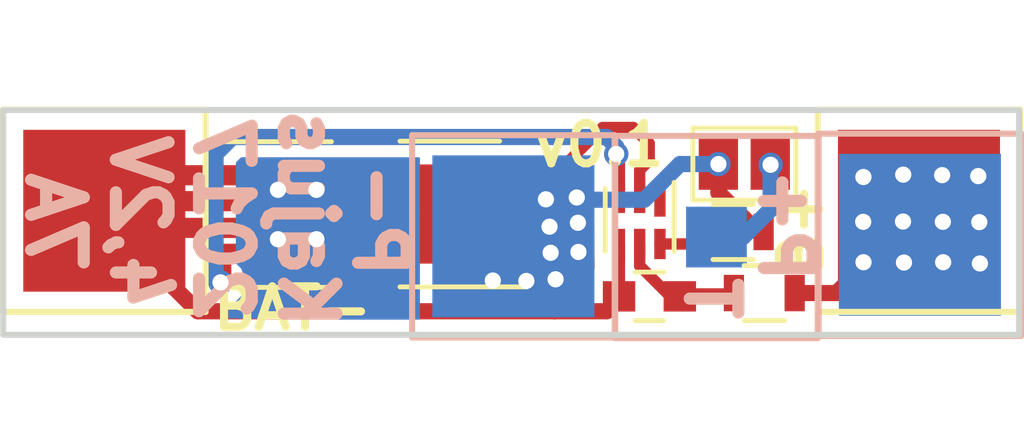
<source format=kicad_pcb>
(kicad_pcb (version 4) (host pcbnew 4.0.6)

  (general
    (links 33)
    (no_connects 0)
    (area 133.082619 94.639186 158.760841 105.705853)
    (thickness 1.6)
    (drawings 12)
    (tracks 189)
    (zones 0)
    (modules 12)
    (nets 10)
  )

  (page A4)
  (title_block
    (title "Single cell Li-Ion protection")
    (rev 0.1)
    (company "Jakub Kaderka")
  )

  (layers
    (0 F.Cu signal)
    (31 B.Cu signal)
    (32 B.Adhes user)
    (33 F.Adhes user)
    (34 B.Paste user)
    (35 F.Paste user)
    (36 B.SilkS user)
    (37 F.SilkS user)
    (38 B.Mask user)
    (39 F.Mask user)
    (40 Dwgs.User user)
    (41 Cmts.User user)
    (42 Eco1.User user)
    (43 Eco2.User user)
    (44 Edge.Cuts user)
    (45 Margin user)
    (46 B.CrtYd user)
    (47 F.CrtYd user)
    (48 B.Fab user)
    (49 F.Fab user)
  )

  (setup
    (last_trace_width 0.25)
    (user_trace_width 0.28)
    (user_trace_width 0.3)
    (user_trace_width 0.4)
    (user_trace_width 0.5)
    (user_trace_width 0.8)
    (user_trace_width 1)
    (user_trace_width 1.5)
    (user_trace_width 1.8)
    (trace_clearance 0.2)
    (zone_clearance 0.3)
    (zone_45_only yes)
    (trace_min 0.2)
    (segment_width 0.2)
    (edge_width 0.15)
    (via_size 0.6)
    (via_drill 0.4)
    (via_min_size 0.4)
    (via_min_drill 0.3)
    (uvia_size 0.3)
    (uvia_drill 0.1)
    (uvias_allowed no)
    (uvia_min_size 0.2)
    (uvia_min_drill 0.1)
    (pcb_text_width 0.3)
    (pcb_text_size 1.5 1.5)
    (mod_edge_width 0.15)
    (mod_text_size 1 1)
    (mod_text_width 0.15)
    (pad_size 1.5 1.5)
    (pad_drill 0)
    (pad_to_mask_clearance 0.2)
    (aux_axis_origin 0 0)
    (visible_elements FFFEFF7F)
    (pcbplotparams
      (layerselection 0x010f0_80000001)
      (usegerberextensions true)
      (excludeedgelayer true)
      (linewidth 0.100000)
      (plotframeref false)
      (viasonmask false)
      (mode 1)
      (useauxorigin false)
      (hpglpennumber 1)
      (hpglpenspeed 20)
      (hpglpendiameter 15)
      (hpglpenoverlay 2)
      (psnegative false)
      (psa4output false)
      (plotreference true)
      (plotvalue true)
      (plotinvisibletext false)
      (padsonsilk false)
      (subtractmaskfromsilk false)
      (outputformat 1)
      (mirror false)
      (drillshape 0)
      (scaleselection 1)
      (outputdirectory gerber/))
  )

  (net 0 "")
  (net 1 "Net-(C1-Pad1)")
  (net 2 "Net-(C1-Pad2)")
  (net 3 "Net-(J2-Pad1)")
  (net 4 "Net-(J4-Pad1)")
  (net 5 "Net-(Q1-Pad4)")
  (net 6 "Net-(Q1-Pad5)")
  (net 7 "Net-(Q2-Pad4)")
  (net 8 "Net-(R2-Pad2)")
  (net 9 "Net-(J5-Pad2)")

  (net_class Default "Toto je výchozí třída sítě."
    (clearance 0.2)
    (trace_width 0.25)
    (via_dia 0.6)
    (via_drill 0.4)
    (uvia_dia 0.3)
    (uvia_drill 0.1)
    (add_net "Net-(C1-Pad1)")
    (add_net "Net-(C1-Pad2)")
    (add_net "Net-(J2-Pad1)")
    (add_net "Net-(J4-Pad1)")
    (add_net "Net-(J5-Pad2)")
    (add_net "Net-(Q1-Pad4)")
    (add_net "Net-(Q1-Pad5)")
    (add_net "Net-(Q2-Pad4)")
    (add_net "Net-(R2-Pad2)")
  )

  (module SMD_Packages:1Pin (layer B.Cu) (tedit 58F688B0) (tstamp 58D2B5C2)
    (at 145.95348 100.55352)
    (descr "module 1 pin (ou trou mecanique de percage)")
    (tags DEV)
    (path /58D00BD9)
    (fp_text reference J4 (at 0 3.50012) (layer B.SilkS) hide
      (effects (font (size 1 1) (thickness 0.15)) (justify mirror))
    )
    (fp_text value OUT- (at 0.24892 -3.74904) (layer B.Fab)
      (effects (font (size 1 1) (thickness 0.15)) (justify mirror))
    )
    (fp_line (start -2.49936 2.49936) (end 2.49936 2.49936) (layer B.SilkS) (width 0.15))
    (fp_line (start 2.49936 2.49936) (end 2.49936 -2.49936) (layer B.SilkS) (width 0.15))
    (fp_line (start 2.49936 -2.49936) (end -2.49936 -2.49936) (layer B.SilkS) (width 0.15))
    (fp_line (start -2.49936 -2.49936) (end -2.49936 2.49936) (layer B.SilkS) (width 0.15))
    (pad 1 smd rect (at 0 0) (size 4 4) (layers B.Cu B.Paste B.Mask)
      (net 4 "Net-(J4-Pad1)"))
  )

  (module Capacitors_SMD:C_0603 (layer F.Cu) (tedit 59231D6C) (tstamp 58D2B5AE)
    (at 149.31136 102.03688)
    (descr "Capacitor SMD 0603, reflow soldering, AVX (see smccp.pdf)")
    (tags "capacitor 0603")
    (path /58D00F84)
    (attr smd)
    (fp_text reference C1 (at 0 -1.5) (layer F.SilkS) hide
      (effects (font (size 1 1) (thickness 0.15)))
    )
    (fp_text value 100n (at 0 1.5) (layer F.Fab)
      (effects (font (size 1 1) (thickness 0.15)))
    )
    (fp_text user %R (at 0 -1.5) (layer F.Fab) hide
      (effects (font (size 1 1) (thickness 0.15)))
    )
    (fp_line (start -0.8 0.4) (end -0.8 -0.4) (layer F.Fab) (width 0.1))
    (fp_line (start 0.8 0.4) (end -0.8 0.4) (layer F.Fab) (width 0.1))
    (fp_line (start 0.8 -0.4) (end 0.8 0.4) (layer F.Fab) (width 0.1))
    (fp_line (start -0.8 -0.4) (end 0.8 -0.4) (layer F.Fab) (width 0.1))
    (fp_line (start -0.35 -0.6) (end 0.35 -0.6) (layer F.SilkS) (width 0.12))
    (fp_line (start 0.35 0.6) (end -0.35 0.6) (layer F.SilkS) (width 0.12))
    (fp_line (start -1.4 -0.65) (end 1.4 -0.65) (layer F.CrtYd) (width 0.05))
    (fp_line (start -1.4 -0.65) (end -1.4 0.65) (layer F.CrtYd) (width 0.05))
    (fp_line (start 1.4 0.65) (end 1.4 -0.65) (layer F.CrtYd) (width 0.05))
    (fp_line (start 1.4 0.65) (end -1.4 0.65) (layer F.CrtYd) (width 0.05))
    (pad 1 smd rect (at -0.75 0) (size 0.8 0.75) (layers F.Cu F.Paste F.Mask)
      (net 1 "Net-(C1-Pad1)"))
    (pad 2 smd rect (at 0.75 0) (size 0.8 0.75) (layers F.Cu F.Paste F.Mask)
      (net 2 "Net-(C1-Pad2)"))
    (model Capacitors_SMD.3dshapes/C_0603.wrl
      (at (xyz 0 0 0))
      (scale (xyz 1 1 1))
      (rotate (xyz 0 0 0))
    )
  )

  (module SMD_Packages:1Pin (layer F.Cu) (tedit 58F688E5) (tstamp 58D2B5B3)
    (at 135.85698 99.92106)
    (descr "module 1 pin (ou trou mecanique de percage)")
    (tags DEV)
    (path /58D0076B)
    (fp_text reference J1 (at 0 -3.50012) (layer F.SilkS) hide
      (effects (font (size 1 1) (thickness 0.15)))
    )
    (fp_text value BAT- (at 0.04716 4.37228) (layer F.Fab)
      (effects (font (size 1 1) (thickness 0.15)))
    )
    (fp_line (start -2.49936 -2.49936) (end 2.49936 -2.49936) (layer F.SilkS) (width 0.15))
    (fp_line (start 2.49936 -2.49936) (end 2.49936 2.49936) (layer F.SilkS) (width 0.15))
    (fp_line (start 2.49936 2.49936) (end -2.49936 2.49936) (layer F.SilkS) (width 0.15))
    (fp_line (start -2.49936 2.49936) (end -2.49936 -2.49936) (layer F.SilkS) (width 0.15))
    (pad 1 smd rect (at 0 0) (size 4 4) (layers F.Cu F.Paste F.Mask)
      (net 1 "Net-(C1-Pad1)"))
  )

  (module SMD_Packages:1Pin (layer F.Cu) (tedit 58F688BF) (tstamp 58D2B5B8)
    (at 155.96362 99.92106)
    (descr "module 1 pin (ou trou mecanique de percage)")
    (tags DEV)
    (path /58D00964)
    (fp_text reference J2 (at 0 -3.50012) (layer F.SilkS) hide
      (effects (font (size 1 1) (thickness 0.15)))
    )
    (fp_text value BAT+ (at 0.24892 3.74904) (layer F.Fab)
      (effects (font (size 1 1) (thickness 0.15)))
    )
    (fp_line (start -2.49936 -2.49936) (end 2.49936 -2.49936) (layer F.SilkS) (width 0.15))
    (fp_line (start 2.49936 -2.49936) (end 2.49936 2.49936) (layer F.SilkS) (width 0.15))
    (fp_line (start 2.49936 2.49936) (end -2.49936 2.49936) (layer F.SilkS) (width 0.15))
    (fp_line (start -2.49936 2.49936) (end -2.49936 -2.49936) (layer F.SilkS) (width 0.15))
    (pad 1 smd rect (at 0 0) (size 4 4) (layers F.Cu F.Paste F.Mask)
      (net 3 "Net-(J2-Pad1)"))
  )

  (module SMD_Packages:1Pin (layer B.Cu) (tedit 58F688B6) (tstamp 58D2B5BD)
    (at 155.98648 100.51542)
    (descr "module 1 pin (ou trou mecanique de percage)")
    (tags DEV)
    (path /58D00BDF)
    (fp_text reference J3 (at 0 3.50012) (layer B.SilkS) hide
      (effects (font (size 1 1) (thickness 0.15)) (justify mirror))
    )
    (fp_text value OUT+ (at 0.24892 -3.74904) (layer B.Fab)
      (effects (font (size 1 1) (thickness 0.15)) (justify mirror))
    )
    (fp_line (start -2.49936 2.49936) (end 2.49936 2.49936) (layer B.SilkS) (width 0.15))
    (fp_line (start 2.49936 2.49936) (end 2.49936 -2.49936) (layer B.SilkS) (width 0.15))
    (fp_line (start 2.49936 -2.49936) (end -2.49936 -2.49936) (layer B.SilkS) (width 0.15))
    (fp_line (start -2.49936 -2.49936) (end -2.49936 2.49936) (layer B.SilkS) (width 0.15))
    (pad 1 smd rect (at 0 0) (size 4 4) (layers B.Cu B.Paste B.Mask)
      (net 3 "Net-(J2-Pad1)"))
  )

  (module Resistors_SMD:R_0603 (layer F.Cu) (tedit 59231D5E) (tstamp 58D2B5EA)
    (at 152.146 101.9556 180)
    (descr "Resistor SMD 0603, reflow soldering, Vishay (see dcrcw.pdf)")
    (tags "resistor 0603")
    (path /58D00EC2)
    (attr smd)
    (fp_text reference R1 (at 0 -1.45 180) (layer F.SilkS) hide
      (effects (font (size 1 1) (thickness 0.15)))
    )
    (fp_text value 330 (at 0 1.5 180) (layer F.Fab)
      (effects (font (size 1 1) (thickness 0.15)))
    )
    (fp_text user %R (at 0 -1.45 180) (layer F.Fab) hide
      (effects (font (size 1 1) (thickness 0.15)))
    )
    (fp_line (start -0.8 0.4) (end -0.8 -0.4) (layer F.Fab) (width 0.1))
    (fp_line (start 0.8 0.4) (end -0.8 0.4) (layer F.Fab) (width 0.1))
    (fp_line (start 0.8 -0.4) (end 0.8 0.4) (layer F.Fab) (width 0.1))
    (fp_line (start -0.8 -0.4) (end 0.8 -0.4) (layer F.Fab) (width 0.1))
    (fp_line (start 0.5 0.68) (end -0.5 0.68) (layer F.SilkS) (width 0.12))
    (fp_line (start -0.5 -0.68) (end 0.5 -0.68) (layer F.SilkS) (width 0.12))
    (fp_line (start -1.25 -0.7) (end 1.25 -0.7) (layer F.CrtYd) (width 0.05))
    (fp_line (start -1.25 -0.7) (end -1.25 0.7) (layer F.CrtYd) (width 0.05))
    (fp_line (start 1.25 0.7) (end 1.25 -0.7) (layer F.CrtYd) (width 0.05))
    (fp_line (start 1.25 0.7) (end -1.25 0.7) (layer F.CrtYd) (width 0.05))
    (pad 1 smd rect (at -0.75 0 180) (size 0.5 0.9) (layers F.Cu F.Paste F.Mask)
      (net 3 "Net-(J2-Pad1)"))
    (pad 2 smd rect (at 0.75 0 180) (size 0.5 0.9) (layers F.Cu F.Paste F.Mask)
      (net 2 "Net-(C1-Pad2)"))
    (model Resistors_SMD.3dshapes/R_0603.wrl
      (at (xyz 0 0 0))
      (scale (xyz 1 1 1))
      (rotate (xyz 0 0 0))
    )
  )

  (module Resistors_SMD:R_0603 (layer F.Cu) (tedit 59231D62) (tstamp 58D2B5F0)
    (at 151.37892 100.44684 180)
    (descr "Resistor SMD 0603, reflow soldering, Vishay (see dcrcw.pdf)")
    (tags "resistor 0603")
    (path /58D0041A)
    (attr smd)
    (fp_text reference R2 (at 0 -1.45 180) (layer F.SilkS) hide
      (effects (font (size 1 1) (thickness 0.15)))
    )
    (fp_text value 2k2 (at 0 1.5 180) (layer F.Fab)
      (effects (font (size 1 1) (thickness 0.15)))
    )
    (fp_text user %R (at 0 -1.45 180) (layer F.Fab) hide
      (effects (font (size 1 1) (thickness 0.15)))
    )
    (fp_line (start -0.8 0.4) (end -0.8 -0.4) (layer F.Fab) (width 0.1))
    (fp_line (start 0.8 0.4) (end -0.8 0.4) (layer F.Fab) (width 0.1))
    (fp_line (start 0.8 -0.4) (end 0.8 0.4) (layer F.Fab) (width 0.1))
    (fp_line (start -0.8 -0.4) (end 0.8 -0.4) (layer F.Fab) (width 0.1))
    (fp_line (start 0.5 0.68) (end -0.5 0.68) (layer F.SilkS) (width 0.12))
    (fp_line (start -0.5 -0.68) (end 0.5 -0.68) (layer F.SilkS) (width 0.12))
    (fp_line (start -1.25 -0.7) (end 1.25 -0.7) (layer F.CrtYd) (width 0.05))
    (fp_line (start -1.25 -0.7) (end -1.25 0.7) (layer F.CrtYd) (width 0.05))
    (fp_line (start 1.25 0.7) (end 1.25 -0.7) (layer F.CrtYd) (width 0.05))
    (fp_line (start 1.25 0.7) (end -1.25 0.7) (layer F.CrtYd) (width 0.05))
    (pad 1 smd rect (at -0.75 0 180) (size 0.5 0.9) (layers F.Cu F.Paste F.Mask)
      (net 4 "Net-(J4-Pad1)"))
    (pad 2 smd rect (at 0.75 0 180) (size 0.5 0.9) (layers F.Cu F.Paste F.Mask)
      (net 8 "Net-(R2-Pad2)"))
    (model Resistors_SMD.3dshapes/R_0603.wrl
      (at (xyz 0 0 0))
      (scale (xyz 1 1 1))
      (rotate (xyz 0 0 0))
    )
  )

  (module Housings_SON:WSON6_1.5x1.5mm_Pitch0.5mm (layer F.Cu) (tedit 58F68A02) (tstamp 58D2B5FA)
    (at 149.07006 100.17252 270)
    (descr "WSON6, http://www.ti.com/lit/ds/symlink/tlv702.pdf")
    (tags WSON6_1.5x1.5mm_Pitch0.5mm)
    (path /58EBA7D1)
    (attr smd)
    (fp_text reference U1 (at 0 -1.8 270) (layer F.SilkS) hide
      (effects (font (size 1 1) (thickness 0.15)))
    )
    (fp_text value BQ29700DSER (at 0 1.8 270) (layer F.Fab)
      (effects (font (size 1 1) (thickness 0.15)))
    )
    (fp_text user %R (at 0 0 270) (layer F.Fab)
      (effects (font (size 0.5 0.5) (thickness 0.05)))
    )
    (fp_line (start -0.95 -0.85) (end 0.75 -0.85) (layer F.SilkS) (width 0.12))
    (fp_line (start -0.8 0.85) (end 0.75 0.85) (layer F.SilkS) (width 0.12))
    (fp_line (start -0.5 -0.78) (end -0.78 -0.5) (layer F.Fab) (width 0.1))
    (fp_line (start 0.78 -0.78) (end -0.5 -0.78) (layer F.Fab) (width 0.1))
    (fp_line (start -0.78 -0.5) (end -0.78 0.78) (layer F.Fab) (width 0.1))
    (fp_line (start -0.78 0.78) (end 0.78 0.78) (layer F.Fab) (width 0.1))
    (fp_line (start 0.78 -0.78) (end 0.78 0.78) (layer F.Fab) (width 0.1))
    (fp_line (start 1.2 -1.02) (end 1.2 1.02) (layer F.CrtYd) (width 0.05))
    (fp_line (start 1.2 -1.02) (end -1.2 -1.02) (layer F.CrtYd) (width 0.05))
    (fp_line (start -1.2 1.02) (end 1.2 1.02) (layer F.CrtYd) (width 0.05))
    (fp_line (start -1.2 1.02) (end -1.2 -1.02) (layer F.CrtYd) (width 0.05))
    (pad 1 smd rect (at -0.53 -0.5 180) (size 0.28 0.85) (layers F.Cu F.Paste F.Mask))
    (pad 2 smd rect (at -0.57 0 180) (size 0.28 0.75) (layers F.Cu F.Paste F.Mask)
      (net 7 "Net-(Q2-Pad4)"))
    (pad 3 smd rect (at -0.57 0.5 180) (size 0.28 0.75) (layers F.Cu F.Paste F.Mask)
      (net 5 "Net-(Q1-Pad4)"))
    (pad 4 smd rect (at 0.57 0.5 180) (size 0.28 0.75) (layers F.Cu F.Paste F.Mask)
      (net 1 "Net-(C1-Pad1)"))
    (pad 5 smd rect (at 0.57 0 180) (size 0.28 0.75) (layers F.Cu F.Paste F.Mask)
      (net 2 "Net-(C1-Pad2)"))
    (pad 6 smd rect (at 0.57 -0.5 180) (size 0.28 0.75) (layers F.Cu F.Paste F.Mask)
      (net 8 "Net-(R2-Pad2)"))
    (model ${KISYS3DMOD}/Housings_SON.3dshapes/WSON6_1.5x1.5mm_Pitch0.5mm.wrl
      (at (xyz 0 0 0))
      (scale (xyz 1 1 1))
      (rotate (xyz 0 0 0))
    )
  )

  (module SMD_Packages:1Pin (layer B.Cu) (tedit 58F688AB) (tstamp 58F6369A)
    (at 150.9649 100.5713)
    (descr "module 1 pin (ou trou mecanique de percage)")
    (tags DEV)
    (path /58F358C7)
    (fp_text reference J6 (at 0 3.50012) (layer B.SilkS) hide
      (effects (font (size 1 1) (thickness 0.15)) (justify mirror))
    )
    (fp_text value TEMP (at 0.24892 -3.74904) (layer B.Fab)
      (effects (font (size 1 1) (thickness 0.15)) (justify mirror))
    )
    (fp_line (start -2.49936 2.49936) (end 2.49936 2.49936) (layer B.SilkS) (width 0.15))
    (fp_line (start 2.49936 2.49936) (end 2.49936 -2.49936) (layer B.SilkS) (width 0.15))
    (fp_line (start 2.49936 -2.49936) (end -2.49936 -2.49936) (layer B.SilkS) (width 0.15))
    (fp_line (start -2.49936 -2.49936) (end -2.49936 2.49936) (layer B.SilkS) (width 0.15))
    (pad 1 smd rect (at 0 0) (size 1.5 1.5) (layers B.Cu B.Paste B.Mask)
      (net 9 "Net-(J5-Pad2)"))
  )

  (module Connectors:GS2 (layer F.Cu) (tedit 58F68A2A) (tstamp 58F636B8)
    (at 151.65324 98.7679 90)
    (descr "2-pin solder bridge")
    (tags "solder bridge")
    (path /58F635E0)
    (attr smd)
    (fp_text reference J5 (at 1.78 0 180) (layer F.SilkS) hide
      (effects (font (size 1 1) (thickness 0.15)))
    )
    (fp_text value NTC (at -1.8 0 180) (layer F.Fab)
      (effects (font (size 1 1) (thickness 0.15)))
    )
    (fp_line (start 1.1 -1.45) (end 1.1 1.5) (layer F.CrtYd) (width 0.05))
    (fp_line (start 1.1 1.5) (end -1.1 1.5) (layer F.CrtYd) (width 0.05))
    (fp_line (start -1.1 1.5) (end -1.1 -1.45) (layer F.CrtYd) (width 0.05))
    (fp_line (start -1.1 -1.45) (end 1.1 -1.45) (layer F.CrtYd) (width 0.05))
    (fp_line (start -0.89 -1.27) (end -0.89 1.27) (layer F.SilkS) (width 0.12))
    (fp_line (start 0.89 1.27) (end 0.89 -1.27) (layer F.SilkS) (width 0.12))
    (fp_line (start 0.89 1.27) (end -0.89 1.27) (layer F.SilkS) (width 0.12))
    (fp_line (start -0.89 -1.27) (end 0.89 -1.27) (layer F.SilkS) (width 0.12))
    (pad 1 smd rect (at 0 -0.64 90) (size 1.27 0.97) (layers F.Cu F.Paste F.Mask)
      (net 4 "Net-(J4-Pad1)"))
    (pad 2 smd rect (at 0 0.64 90) (size 1.27 0.97) (layers F.Cu F.Paste F.Mask)
      (net 9 "Net-(J5-Pad2)"))
  )

  (module Housings_SON:VSON-8_3.3x3.3mm_Pitch0.65mm_NexFET (layer F.Cu) (tedit 59231D49) (tstamp 59231AE3)
    (at 140.232 100.015)
    (descr "8-Lead Plastic Dual Flat, No Lead Package (MF) - 3.3x3.3x1 mm Body [VSON]")
    (tags "VSON 0.65")
    (path /58CFFBE2)
    (attr smd)
    (fp_text reference Q1 (at 0 -2.7) (layer F.SilkS) hide
      (effects (font (size 1 1) (thickness 0.15)))
    )
    (fp_text value CSD16406Q3 (at 0 2.8) (layer F.Fab)
      (effects (font (size 1 1) (thickness 0.15)))
    )
    (fp_text user %R (at 0 -2.7) (layer F.Fab) hide
      (effects (font (size 1 1) (thickness 0.15)))
    )
    (fp_line (start -0.5 -1.65) (end 1.65 -1.65) (layer F.Fab) (width 0.1))
    (fp_line (start 1.65 -1.65) (end 1.65 1.65) (layer F.Fab) (width 0.1))
    (fp_line (start 1.65 1.65) (end -1.65 1.65) (layer F.Fab) (width 0.1))
    (fp_line (start -1.65 1.65) (end -1.65 -0.5) (layer F.Fab) (width 0.1))
    (fp_line (start -1.65 -0.5) (end -0.5 -1.65) (layer F.Fab) (width 0.1))
    (fp_line (start -2 -1.9) (end -2 1.9) (layer F.CrtYd) (width 0.05))
    (fp_line (start 2 -1.9) (end 2 1.9) (layer F.CrtYd) (width 0.05))
    (fp_line (start -2 -1.9) (end 2 -1.9) (layer F.CrtYd) (width 0.05))
    (fp_line (start -2 1.9) (end 2 1.9) (layer F.CrtYd) (width 0.05))
    (fp_line (start -1.23 1.8) (end 1.23 1.8) (layer F.SilkS) (width 0.12))
    (fp_line (start -1.9 -1.8) (end 1.23 -1.8) (layer F.SilkS) (width 0.12))
    (pad 1 smd rect (at -1.44 -0.97) (size 0.63 0.5) (layers F.Cu F.Paste F.Mask)
      (net 1 "Net-(C1-Pad1)"))
    (pad 2 smd rect (at -1.44 -0.33) (size 0.63 0.5) (layers F.Cu F.Paste F.Mask)
      (net 1 "Net-(C1-Pad1)"))
    (pad 3 smd rect (at -1.44 0.33) (size 0.63 0.5) (layers F.Cu F.Paste F.Mask)
      (net 1 "Net-(C1-Pad1)"))
    (pad 4 smd rect (at -1.44 0.97) (size 0.63 0.5) (layers F.Cu F.Paste F.Mask)
      (net 5 "Net-(Q1-Pad4)"))
    (pad 5 smd rect (at 1.44 0.97) (size 0.63 0.5) (layers F.Cu F.Paste F.Mask)
      (net 6 "Net-(Q1-Pad5)"))
    (pad 5 smd rect (at 1.44 0.33) (size 0.63 0.5) (layers F.Cu F.Paste F.Mask)
      (net 6 "Net-(Q1-Pad5)"))
    (pad 5 smd rect (at 1.44 -0.33) (size 0.63 0.5) (layers F.Cu F.Paste F.Mask)
      (net 6 "Net-(Q1-Pad5)"))
    (pad 5 smd rect (at 1.44 -0.97) (size 0.63 0.5) (layers F.Cu F.Paste F.Mask)
      (net 6 "Net-(Q1-Pad5)"))
    (pad 5 smd rect (at 0.86 0.61) (size 0.95 1.23) (layers F.Cu F.Paste F.Mask)
      (net 6 "Net-(Q1-Pad5)") (solder_paste_margin_ratio -0.2))
    (pad 5 smd rect (at 0.86 -0.61) (size 0.95 1.23) (layers F.Cu F.Paste F.Mask)
      (net 6 "Net-(Q1-Pad5)") (solder_paste_margin_ratio -0.2))
    (pad 5 smd rect (at -0.09 0.61) (size 0.95 1.23) (layers F.Cu F.Paste F.Mask)
      (net 6 "Net-(Q1-Pad5)") (solder_paste_margin_ratio -0.2))
    (pad 5 smd rect (at -0.09 -0.61) (size 0.95 1.23) (layers F.Cu F.Paste F.Mask)
      (net 6 "Net-(Q1-Pad5)") (solder_paste_margin_ratio -0.2))
    (model Housings_SON.3dshapes/VSON-8_3.3x3.3mm_Pitch0.65mm_NexFET.wrl
      (at (xyz 0 0 0))
      (scale (xyz 1 1 1))
      (rotate (xyz 0 0 0))
    )
  )

  (module Housings_SON:VSON-8_3.3x3.3mm_Pitch0.65mm_NexFET (layer F.Cu) (tedit 59231D5A) (tstamp 59231AFE)
    (at 144.38376 100.00234 180)
    (descr "8-Lead Plastic Dual Flat, No Lead Package (MF) - 3.3x3.3x1 mm Body [VSON]")
    (tags "VSON 0.65")
    (path /58CFFBB5)
    (attr smd)
    (fp_text reference Q2 (at 0 -2.7 180) (layer F.SilkS) hide
      (effects (font (size 1 1) (thickness 0.15)))
    )
    (fp_text value CSD16406Q3 (at 0 2.8 180) (layer F.Fab)
      (effects (font (size 1 1) (thickness 0.15)))
    )
    (fp_text user %R (at 0 -2.7 180) (layer F.Fab) hide
      (effects (font (size 1 1) (thickness 0.15)))
    )
    (fp_line (start -0.5 -1.65) (end 1.65 -1.65) (layer F.Fab) (width 0.1))
    (fp_line (start 1.65 -1.65) (end 1.65 1.65) (layer F.Fab) (width 0.1))
    (fp_line (start 1.65 1.65) (end -1.65 1.65) (layer F.Fab) (width 0.1))
    (fp_line (start -1.65 1.65) (end -1.65 -0.5) (layer F.Fab) (width 0.1))
    (fp_line (start -1.65 -0.5) (end -0.5 -1.65) (layer F.Fab) (width 0.1))
    (fp_line (start -2 -1.9) (end -2 1.9) (layer F.CrtYd) (width 0.05))
    (fp_line (start 2 -1.9) (end 2 1.9) (layer F.CrtYd) (width 0.05))
    (fp_line (start -2 -1.9) (end 2 -1.9) (layer F.CrtYd) (width 0.05))
    (fp_line (start -2 1.9) (end 2 1.9) (layer F.CrtYd) (width 0.05))
    (fp_line (start -1.23 1.8) (end 1.23 1.8) (layer F.SilkS) (width 0.12))
    (fp_line (start -1.9 -1.8) (end 1.23 -1.8) (layer F.SilkS) (width 0.12))
    (pad 1 smd rect (at -1.44 -0.97 180) (size 0.63 0.5) (layers F.Cu F.Paste F.Mask)
      (net 4 "Net-(J4-Pad1)"))
    (pad 2 smd rect (at -1.44 -0.33 180) (size 0.63 0.5) (layers F.Cu F.Paste F.Mask)
      (net 4 "Net-(J4-Pad1)"))
    (pad 3 smd rect (at -1.44 0.33 180) (size 0.63 0.5) (layers F.Cu F.Paste F.Mask)
      (net 4 "Net-(J4-Pad1)"))
    (pad 4 smd rect (at -1.44 0.97 180) (size 0.63 0.5) (layers F.Cu F.Paste F.Mask)
      (net 7 "Net-(Q2-Pad4)"))
    (pad 5 smd rect (at 1.44 0.97 180) (size 0.63 0.5) (layers F.Cu F.Paste F.Mask)
      (net 6 "Net-(Q1-Pad5)"))
    (pad 5 smd rect (at 1.44 0.33 180) (size 0.63 0.5) (layers F.Cu F.Paste F.Mask)
      (net 6 "Net-(Q1-Pad5)"))
    (pad 5 smd rect (at 1.44 -0.33 180) (size 0.63 0.5) (layers F.Cu F.Paste F.Mask)
      (net 6 "Net-(Q1-Pad5)"))
    (pad 5 smd rect (at 1.44 -0.97 180) (size 0.63 0.5) (layers F.Cu F.Paste F.Mask)
      (net 6 "Net-(Q1-Pad5)"))
    (pad 5 smd rect (at 0.86 0.61 180) (size 0.95 1.23) (layers F.Cu F.Paste F.Mask)
      (net 6 "Net-(Q1-Pad5)") (solder_paste_margin_ratio -0.2))
    (pad 5 smd rect (at 0.86 -0.61 180) (size 0.95 1.23) (layers F.Cu F.Paste F.Mask)
      (net 6 "Net-(Q1-Pad5)") (solder_paste_margin_ratio -0.2))
    (pad 5 smd rect (at -0.09 0.61 180) (size 0.95 1.23) (layers F.Cu F.Paste F.Mask)
      (net 6 "Net-(Q1-Pad5)") (solder_paste_margin_ratio -0.2))
    (pad 5 smd rect (at -0.09 -0.61 180) (size 0.95 1.23) (layers F.Cu F.Paste F.Mask)
      (net 6 "Net-(Q1-Pad5)") (solder_paste_margin_ratio -0.2))
    (model Housings_SON.3dshapes/VSON-8_3.3x3.3mm_Pitch0.65mm_NexFET.wrl
      (at (xyz 0 0 0))
      (scale (xyz 1 1 1))
      (rotate (xyz 0 0 0))
    )
  )

  (gr_text v0.1 (at 148.07692 98.298) (layer F.SilkS)
    (effects (font (size 1 1) (thickness 0.2)))
  )
  (gr_line (start 158.43504 97.43186) (end 133.36524 97.43186) (angle 90) (layer Edge.Cuts) (width 0.15))
  (gr_line (start 158.43504 102.98684) (end 158.43504 97.43186) (angle 90) (layer Edge.Cuts) (width 0.15))
  (gr_line (start 133.36524 102.98684) (end 158.43504 102.98684) (angle 90) (layer Edge.Cuts) (width 0.15))
  (gr_line (start 133.36524 97.42932) (end 133.36524 102.98684) (angle 90) (layer Edge.Cuts) (width 0.15))
  (gr_text "4,2V\n7A" (at 135.68172 100.20808 270) (layer B.SilkS)
    (effects (font (size 1.3 1.3) (thickness 0.3)) (justify mirror))
  )
  (gr_text "Kajus\n2017" (at 139.827 100.11156 270) (layer B.SilkS)
    (effects (font (size 1.3 1.3) (thickness 0.3)) (justify mirror))
  )
  (gr_text T (at 150.84552 102.09276 270) (layer B.SilkS)
    (effects (font (size 1.2 1.2) (thickness 0.3)) (justify mirror))
  )
  (gr_text P+ (at 152.67432 100.2792 270) (layer B.SilkS)
    (effects (font (size 1.2 1.2) (thickness 0.3)) (justify mirror))
  )
  (gr_text P- (at 142.6591 100.14966 270) (layer B.SilkS)
    (effects (font (size 1.2 1.2) (thickness 0.3)) (justify mirror))
  )
  (gr_text B+ (at 153.05532 100.38588 90) (layer F.SilkS)
    (effects (font (size 1 1) (thickness 0.2)))
  )
  (gr_text BAT- (at 140.50264 102.3366) (layer F.SilkS)
    (effects (font (size 1 1) (thickness 0.2)))
  )

  (segment (start 148.57006 100.74252) (end 148.57006 102.02818) (width 0.28) (layer F.Cu) (net 1))
  (segment (start 148.57006 102.02818) (end 148.56136 102.03688) (width 0.28) (layer F.Cu) (net 1) (tstamp 59231D93))
  (segment (start 148.56244 102.0358) (end 148.56136 102.03688) (width 0.28) (layer F.Cu) (net 1) (tstamp 59231D45))
  (segment (start 148.56136 102.03688) (end 148.56136 102.09854) (width 0.4) (layer F.Cu) (net 1))
  (segment (start 148.56136 102.09854) (end 148.25472 102.40518) (width 0.4) (layer F.Cu) (net 1) (tstamp 59231D3E))
  (segment (start 148.25472 102.40518) (end 146.96694 102.40518) (width 0.4) (layer F.Cu) (net 1) (tstamp 59231D3F))
  (segment (start 135.85698 99.92106) (end 135.85698 100.09632) (width 0.4) (layer F.Cu) (net 1))
  (segment (start 135.85698 100.09632) (end 138.16584 102.40518) (width 0.4) (layer F.Cu) (net 1) (tstamp 59231C03))
  (segment (start 146.96694 102.40518) (end 146.97456 102.39756) (width 0.4) (layer F.Cu) (net 1) (tstamp 59231C06))
  (segment (start 138.16584 102.40518) (end 146.96694 102.40518) (width 0.4) (layer F.Cu) (net 1) (tstamp 59231C04))
  (segment (start 138.792 100.345) (end 136.28092 100.345) (width 0.5) (layer F.Cu) (net 1))
  (segment (start 136.28092 100.345) (end 135.85698 99.92106) (width 0.5) (layer F.Cu) (net 1) (tstamp 59231BC6))
  (segment (start 138.792 99.685) (end 136.09304 99.685) (width 0.5) (layer F.Cu) (net 1))
  (segment (start 136.09304 99.685) (end 135.85698 99.92106) (width 0.5) (layer F.Cu) (net 1) (tstamp 59231BC0))
  (segment (start 138.792 99.045) (end 136.73304 99.045) (width 0.5) (layer F.Cu) (net 1))
  (segment (start 136.73304 99.045) (end 135.85698 99.92106) (width 0.5) (layer F.Cu) (net 1) (tstamp 59231BBD))
  (segment (start 150.06136 102.03688) (end 151.31472 102.03688) (width 0.4) (layer F.Cu) (net 2))
  (segment (start 151.31472 102.03688) (end 151.396 101.9556) (width 0.4) (layer F.Cu) (net 2) (tstamp 59231E4E))
  (segment (start 149.07006 100.74252) (end 149.07006 101.2825) (width 0.28) (layer F.Cu) (net 2))
  (segment (start 149.07006 101.2825) (end 149.82444 102.03688) (width 0.28) (layer F.Cu) (net 2) (tstamp 59231D96))
  (segment (start 149.82444 102.03688) (end 150.06136 102.03688) (width 0.28) (layer F.Cu) (net 2) (tstamp 59231D97))
  (segment (start 149.93112 102.03688) (end 150.06136 102.03688) (width 0.28) (layer F.Cu) (net 2) (tstamp 59231D49))
  (segment (start 155.96362 99.92106) (end 155.96362 99.7331) (width 0.4) (layer F.Cu) (net 3))
  (segment (start 155.96362 99.7331) (end 154.59202 99.08794) (width 0.4) (layer F.Cu) (net 3) (tstamp 5923208D))
  (segment (start 157.4673 101.22408) (end 157.49778 101.25456) (width 0.4) (layer F.Cu) (net 3) (tstamp 592320B0))
  (via (at 157.4673 101.22408) (size 0.6) (drill 0.4) (layers F.Cu B.Cu) (net 3))
  (segment (start 156.591 101.22408) (end 157.4673 101.22408) (width 0.4) (layer B.Cu) (net 3) (tstamp 592320AE))
  (segment (start 156.56052 101.1936) (end 156.591 101.22408) (width 0.4) (layer B.Cu) (net 3) (tstamp 592320AD))
  (via (at 156.56052 101.1936) (size 0.6) (drill 0.4) (layers F.Cu B.Cu) (net 3))
  (segment (start 155.54706 101.24694) (end 156.56052 101.1936) (width 0.4) (layer F.Cu) (net 3) (tstamp 592320AB))
  (segment (start 155.59278 101.20122) (end 155.54706 101.24694) (width 0.4) (layer F.Cu) (net 3) (tstamp 592320AA))
  (via (at 155.59278 101.20122) (size 0.6) (drill 0.4) (layers F.Cu B.Cu) (net 3))
  (segment (start 154.67076 101.2698) (end 155.59278 101.20122) (width 0.4) (layer B.Cu) (net 3) (tstamp 592320A8))
  (segment (start 154.59456 101.1936) (end 154.67076 101.2698) (width 0.4) (layer B.Cu) (net 3) (tstamp 592320A7))
  (via (at 154.59456 101.1936) (size 0.6) (drill 0.4) (layers F.Cu B.Cu) (net 3))
  (segment (start 157.48254 100.23348) (end 154.59456 101.1936) (width 0.4) (layer F.Cu) (net 3) (tstamp 592320A5))
  (segment (start 157.45206 100.203) (end 157.48254 100.23348) (width 0.4) (layer F.Cu) (net 3) (tstamp 592320A4))
  (via (at 157.45206 100.203) (size 0.6) (drill 0.4) (layers F.Cu B.Cu) (net 3))
  (segment (start 156.56814 100.21062) (end 157.45206 100.203) (width 0.4) (layer B.Cu) (net 3) (tstamp 592320A2))
  (segment (start 156.5529 100.19538) (end 156.56814 100.21062) (width 0.4) (layer B.Cu) (net 3) (tstamp 592320A1))
  (via (at 156.5529 100.19538) (size 0.6) (drill 0.4) (layers F.Cu B.Cu) (net 3))
  (segment (start 155.6004 100.21824) (end 156.5529 100.19538) (width 0.4) (layer F.Cu) (net 3) (tstamp 5923209F))
  (segment (start 155.56992 100.18776) (end 155.6004 100.21824) (width 0.4) (layer F.Cu) (net 3) (tstamp 5923209E))
  (via (at 155.56992 100.18776) (size 0.6) (drill 0.4) (layers F.Cu B.Cu) (net 3))
  (segment (start 154.6479 100.13442) (end 155.56992 100.18776) (width 0.4) (layer B.Cu) (net 3) (tstamp 5923209C))
  (segment (start 154.58694 100.19538) (end 154.6479 100.13442) (width 0.4) (layer B.Cu) (net 3) (tstamp 5923209B))
  (via (at 154.58694 100.19538) (size 0.6) (drill 0.4) (layers F.Cu B.Cu) (net 3))
  (segment (start 157.4419 99.08032) (end 154.58694 100.19538) (width 0.4) (layer F.Cu) (net 3) (tstamp 59232099))
  (segment (start 157.42666 99.06508) (end 157.4419 99.08032) (width 0.4) (layer F.Cu) (net 3) (tstamp 59232098))
  (via (at 157.42666 99.06508) (size 0.6) (drill 0.4) (layers F.Cu B.Cu) (net 3))
  (segment (start 156.58084 99.08794) (end 157.42666 99.06508) (width 0.4) (layer B.Cu) (net 3) (tstamp 59232096))
  (segment (start 156.53512 99.04222) (end 156.58084 99.08794) (width 0.4) (layer B.Cu) (net 3) (tstamp 59232095))
  (via (at 156.53512 99.04222) (size 0.6) (drill 0.4) (layers F.Cu B.Cu) (net 3))
  (segment (start 155.66644 98.93808) (end 156.53512 99.04222) (width 0.4) (layer F.Cu) (net 3) (tstamp 59232093))
  (segment (start 155.575 99.02952) (end 155.66644 98.93808) (width 0.4) (layer F.Cu) (net 3) (tstamp 59232092))
  (via (at 155.575 99.02952) (size 0.6) (drill 0.4) (layers F.Cu B.Cu) (net 3))
  (segment (start 154.60726 99.10318) (end 155.575 99.02952) (width 0.4) (layer B.Cu) (net 3) (tstamp 59232090))
  (segment (start 154.59202 99.08794) (end 154.60726 99.10318) (width 0.4) (layer B.Cu) (net 3) (tstamp 5923208F))
  (via (at 154.59202 99.08794) (size 0.6) (drill 0.4) (layers F.Cu B.Cu) (net 3))
  (segment (start 152.896 101.9556) (end 153.92908 101.9556) (width 0.4) (layer F.Cu) (net 3))
  (segment (start 153.92908 101.9556) (end 155.96362 99.92106) (width 0.4) (layer F.Cu) (net 3) (tstamp 59231E51))
  (via (at 151.01324 98.7679) (size 0.6) (drill 0.4) (layers F.Cu B.Cu) (net 4))
  (segment (start 151.98598 100.44684) (end 151.01324 99.4741) (width 0.4) (layer F.Cu) (net 4) (tstamp 59231E0F))
  (segment (start 151.01324 99.4741) (end 151.01324 98.7679) (width 0.4) (layer F.Cu) (net 4) (tstamp 59231E10))
  (segment (start 149.18436 99.64928) (end 146.85772 99.64928) (width 0.4) (layer B.Cu) (net 4) (tstamp 59231E2E))
  (segment (start 150.06574 98.7679) (end 149.18436 99.64928) (width 0.4) (layer B.Cu) (net 4) (tstamp 59231E2D))
  (segment (start 151.01324 98.7679) (end 150.06574 98.7679) (width 0.4) (layer B.Cu) (net 4) (tstamp 59231E2C))
  (segment (start 146.85772 99.64928) (end 145.95348 100.55352) (width 0.4) (layer B.Cu) (net 4) (tstamp 59231E2F))
  (segment (start 152.12892 100.44684) (end 151.98598 100.44684) (width 0.4) (layer F.Cu) (net 4))
  (via (at 147.51812 99.5934) (size 0.6) (drill 0.4) (layers F.Cu B.Cu) (net 4))
  (segment (start 147.51812 99.5934) (end 146.77918 100.56622) (width 0.4) (layer B.Cu) (net 4) (tstamp 59231CCC))
  (segment (start 146.77918 100.56622) (end 145.95348 100.55352) (width 0.4) (layer B.Cu) (net 4) (tstamp 59231CCD))
  (segment (start 145.82376 99.67234) (end 147.51812 99.5934) (width 0.4) (layer F.Cu) (net 4))
  (segment (start 147.51812 99.5934) (end 147.39854 99.5934) (width 0.4) (layer F.Cu) (net 4) (tstamp 59231CC9))
  (segment (start 147.39854 99.5934) (end 147.49272 99.49922) (width 0.4) (layer F.Cu) (net 4) (tstamp 59231CC6))
  (segment (start 145.82376 99.67234) (end 146.7229 99.67234) (width 0.4) (layer F.Cu) (net 4))
  (segment (start 146.75612 99.63912) (end 145.95348 100.44176) (width 0.4) (layer B.Cu) (net 4) (tstamp 59231CC2))
  (via (at 146.75612 99.63912) (size 0.6) (drill 0.4) (layers F.Cu B.Cu) (net 4))
  (segment (start 146.7229 99.67234) (end 146.75612 99.63912) (width 0.4) (layer F.Cu) (net 4) (tstamp 59231CC0))
  (segment (start 145.95348 100.44176) (end 145.95348 100.55352) (width 0.4) (layer B.Cu) (net 4) (tstamp 59231CC3))
  (segment (start 145.82376 100.33234) (end 147.43196 100.33234) (width 0.4) (layer F.Cu) (net 4))
  (segment (start 147.54606 100.21824) (end 147.21078 100.55352) (width 0.4) (layer B.Cu) (net 4) (tstamp 59231CB1))
  (via (at 147.54606 100.21824) (size 0.6) (drill 0.4) (layers F.Cu B.Cu) (net 4))
  (segment (start 147.43196 100.33234) (end 147.54606 100.21824) (width 0.4) (layer F.Cu) (net 4) (tstamp 59231CAF))
  (segment (start 147.21078 100.55352) (end 145.95348 100.55352) (width 0.4) (layer B.Cu) (net 4) (tstamp 59231CB2))
  (segment (start 145.82376 100.33234) (end 146.81474 100.34504) (width 0.4) (layer F.Cu) (net 4))
  (segment (start 146.84502 100.31476) (end 146.48688 100.55352) (width 0.4) (layer B.Cu) (net 4) (tstamp 59231CAB))
  (via (at 146.84502 100.31476) (size 0.6) (drill 0.4) (layers F.Cu B.Cu) (net 4))
  (segment (start 146.81474 100.34504) (end 146.84502 100.31476) (width 0.4) (layer F.Cu) (net 4) (tstamp 59231CA9))
  (segment (start 146.48688 100.55352) (end 145.95348 100.55352) (width 0.4) (layer B.Cu) (net 4) (tstamp 59231CAC))
  (segment (start 145.82376 100.97234) (end 146.87296 100.95992) (width 0.4) (layer F.Cu) (net 4))
  (via (at 146.87296 100.95992) (size 0.6) (drill 0.4) (layers F.Cu B.Cu) (net 4))
  (segment (start 146.87296 100.95992) (end 146.33702 100.55352) (width 0.4) (layer B.Cu) (net 4) (tstamp 59231CA4))
  (segment (start 146.33702 100.55352) (end 145.95348 100.55352) (width 0.4) (layer B.Cu) (net 4) (tstamp 59231CA5))
  (segment (start 145.82376 100.97234) (end 147.48284 101.01552) (width 0.4) (layer F.Cu) (net 4))
  (segment (start 147.55876 100.9396) (end 147.18538 100.55352) (width 0.4) (layer B.Cu) (net 4) (tstamp 59231C9D))
  (via (at 147.55876 100.9396) (size 0.6) (drill 0.4) (layers F.Cu B.Cu) (net 4))
  (segment (start 147.48284 101.01552) (end 147.55876 100.9396) (width 0.4) (layer F.Cu) (net 4) (tstamp 59231C9B))
  (segment (start 147.18538 100.55352) (end 145.95348 100.55352) (width 0.4) (layer B.Cu) (net 4) (tstamp 59231C9E))
  (segment (start 146.99488 101.61524) (end 145.9738 100.55352) (width 0.4) (layer B.Cu) (net 4) (tstamp 59231C96))
  (via (at 146.99488 101.61524) (size 0.6) (drill 0.4) (layers F.Cu B.Cu) (net 4))
  (segment (start 147.066 101.2825) (end 146.99488 101.61524) (width 0.4) (layer F.Cu) (net 4) (tstamp 59231C93))
  (segment (start 146.87296 100.95992) (end 147.066 101.2825) (width 0.4) (layer F.Cu) (net 4) (tstamp 59231C92))
  (segment (start 145.9738 100.55352) (end 145.95348 100.55352) (width 0.4) (layer B.Cu) (net 4) (tstamp 59231C97))
  (segment (start 145.82376 100.97234) (end 145.82376 101.13246) (width 0.4) (layer F.Cu) (net 4))
  (segment (start 145.82376 101.13246) (end 146.27352 101.65588) (width 0.4) (layer F.Cu) (net 4) (tstamp 59231C7E))
  (segment (start 146.27352 101.65588) (end 145.95348 101.26218) (width 0.4) (layer B.Cu) (net 4) (tstamp 59231C80))
  (via (at 146.27352 101.65588) (size 0.6) (drill 0.4) (layers F.Cu B.Cu) (net 4))
  (segment (start 145.95348 101.26218) (end 145.95348 100.55352) (width 0.4) (layer B.Cu) (net 4) (tstamp 59231C81))
  (segment (start 145.82376 100.97234) (end 145.82376 101.19378) (width 0.4) (layer F.Cu) (net 4))
  (segment (start 145.82376 101.19378) (end 145.44548 101.64572) (width 0.4) (layer F.Cu) (net 4) (tstamp 59231C77))
  (via (at 145.44548 101.64572) (size 0.6) (drill 0.4) (layers F.Cu B.Cu) (net 4))
  (segment (start 145.44548 101.64572) (end 145.95348 101.06406) (width 0.4) (layer B.Cu) (net 4) (tstamp 59231C7A))
  (segment (start 145.95348 101.06406) (end 145.95348 100.55352) (width 0.4) (layer B.Cu) (net 4) (tstamp 59231C7B))
  (segment (start 148.22424 98.09988) (end 148.25218 98.09988) (width 0.4) (layer B.Cu) (net 5))
  (segment (start 138.60272 98.52152) (end 139.02436 98.09988) (width 0.4) (layer B.Cu) (net 5) (tstamp 59231D64))
  (segment (start 139.02436 98.09988) (end 148.22424 98.09988) (width 0.4) (layer B.Cu) (net 5) (tstamp 59231D65))
  (segment (start 138.60272 98.5774) (end 138.60272 98.52152) (width 0.4) (layer B.Cu) (net 5))
  (segment (start 148.57006 98.5981) (end 148.57006 99.60252) (width 0.28) (layer F.Cu) (net 5) (tstamp 59231DAE))
  (segment (start 148.49094 98.51898) (end 148.57006 98.5981) (width 0.28) (layer F.Cu) (net 5) (tstamp 59231DAD))
  (via (at 148.49094 98.51898) (size 0.6) (drill 0.4) (layers F.Cu B.Cu) (net 5))
  (segment (start 148.49094 98.33864) (end 148.49094 98.51898) (width 0.4) (layer B.Cu) (net 5) (tstamp 59231DAA))
  (segment (start 148.25218 98.09988) (end 148.49094 98.33864) (width 0.4) (layer B.Cu) (net 5) (tstamp 59231DA9))
  (segment (start 138.792 100.985) (end 138.792 101.62408) (width 0.4) (layer F.Cu) (net 5))
  (segment (start 138.792 101.62408) (end 138.72464 101.69144) (width 0.4) (layer F.Cu) (net 5) (tstamp 59231BFA))
  (via (at 138.72464 101.69144) (size 0.6) (drill 0.4) (layers F.Cu B.Cu) (net 5))
  (segment (start 138.72464 101.69144) (end 138.60272 101.56952) (width 0.4) (layer B.Cu) (net 5) (tstamp 59231BFC))
  (segment (start 138.60272 101.56952) (end 138.60272 98.5774) (width 0.4) (layer B.Cu) (net 5) (tstamp 59231BFD))
  (segment (start 138.60272 98.5774) (end 138.60272 98.53168) (width 0.4) (layer B.Cu) (net 5) (tstamp 59231D62))
  (via (at 141.092 100.625) (size 0.6) (drill 0.4) (layers F.Cu B.Cu) (net 6))
  (segment (start 141.09192 100.6221) (end 141.09192 100.62492) (width 0.4) (layer B.Cu) (net 6) (tstamp 59232001))
  (segment (start 141.09192 100.62492) (end 141.092 100.625) (width 0.4) (layer B.Cu) (net 6) (tstamp 59232000))
  (via (at 141.092 99.405) (size 0.6) (drill 0.4) (layers F.Cu B.Cu) (net 6))
  (segment (start 141.09192 99.40544) (end 141.09192 99.40508) (width 0.4) (layer B.Cu) (net 6) (tstamp 59231FFB))
  (segment (start 141.09192 99.40508) (end 141.092 99.405) (width 0.4) (layer B.Cu) (net 6) (tstamp 59231FFA))
  (via (at 140.142 100.625) (size 0.6) (drill 0.4) (layers F.Cu B.Cu) (net 6))
  (segment (start 140.12418 100.6221) (end 140.1391 100.6221) (width 0.4) (layer B.Cu) (net 6) (tstamp 59231FE5))
  (segment (start 140.1391 100.6221) (end 140.142 100.625) (width 0.4) (layer B.Cu) (net 6) (tstamp 59231FE4))
  (segment (start 141.092 99.405) (end 140.142 99.405) (width 0.4) (layer F.Cu) (net 6))
  (via (at 140.142 99.405) (size 0.6) (drill 0.4) (layers F.Cu B.Cu) (net 6))
  (segment (start 140.1399 99.4029) (end 140.13942 99.4029) (width 0.4) (layer B.Cu) (net 6) (tstamp 59231FDD))
  (segment (start 140.142 99.405) (end 140.1399 99.4029) (width 0.4) (layer B.Cu) (net 6) (tstamp 59231FDC))
  (segment (start 142.94376 100.97234) (end 143.16376 100.97234) (width 0.28) (layer F.Cu) (net 6))
  (segment (start 143.16376 100.97234) (end 143.52376 100.61234) (width 0.28) (layer F.Cu) (net 6) (tstamp 59231DFA))
  (segment (start 142.94376 100.33234) (end 143.24376 100.33234) (width 0.28) (layer F.Cu) (net 6))
  (segment (start 143.24376 100.33234) (end 143.52376 100.61234) (width 0.28) (layer F.Cu) (net 6) (tstamp 59231DF7))
  (segment (start 142.94376 99.67234) (end 143.24376 99.67234) (width 0.28) (layer F.Cu) (net 6))
  (segment (start 143.24376 99.67234) (end 143.52376 99.39234) (width 0.28) (layer F.Cu) (net 6) (tstamp 59231DF4))
  (segment (start 142.94376 99.03234) (end 143.16376 99.03234) (width 0.28) (layer F.Cu) (net 6))
  (segment (start 143.16376 99.03234) (end 143.52376 99.39234) (width 0.28) (layer F.Cu) (net 6) (tstamp 59231DF1))
  (segment (start 144.47376 99.39234) (end 144.47376 100.61234) (width 0.28) (layer F.Cu) (net 6))
  (segment (start 144.47376 100.61234) (end 143.52376 100.61234) (width 0.28) (layer F.Cu) (net 6))
  (segment (start 144.47376 99.39234) (end 143.52376 99.39234) (width 0.28) (layer F.Cu) (net 6))
  (segment (start 141.672 99.685) (end 141.372 99.685) (width 0.28) (layer F.Cu) (net 6))
  (segment (start 141.372 99.685) (end 141.092 99.405) (width 0.28) (layer F.Cu) (net 6) (tstamp 59231DE7))
  (segment (start 141.672 99.045) (end 141.452 99.045) (width 0.28) (layer F.Cu) (net 6))
  (segment (start 141.452 99.045) (end 141.092 99.405) (width 0.28) (layer F.Cu) (net 6) (tstamp 59231DE4))
  (segment (start 141.672 100.985) (end 141.452 100.985) (width 0.28) (layer F.Cu) (net 6))
  (segment (start 141.452 100.985) (end 141.092 100.625) (width 0.28) (layer F.Cu) (net 6) (tstamp 59231DE1))
  (segment (start 141.672 100.345) (end 141.372 100.345) (width 0.28) (layer F.Cu) (net 6))
  (segment (start 141.372 100.345) (end 141.092 100.625) (width 0.28) (layer F.Cu) (net 6) (tstamp 59231DDE))
  (segment (start 140.142 99.405) (end 140.142 100.625) (width 0.28) (layer F.Cu) (net 6))
  (segment (start 140.142 100.625) (end 141.092 100.625) (width 0.28) (layer F.Cu) (net 6))
  (segment (start 141.672 100.985) (end 142.9311 100.985) (width 0.5) (layer F.Cu) (net 6))
  (segment (start 142.9311 100.985) (end 142.94376 100.97234) (width 0.5) (layer F.Cu) (net 6) (tstamp 59231BD2))
  (segment (start 141.672 100.345) (end 142.9311 100.345) (width 0.5) (layer F.Cu) (net 6))
  (segment (start 142.9311 100.345) (end 142.94376 100.33234) (width 0.5) (layer F.Cu) (net 6) (tstamp 59231BCF))
  (segment (start 141.672 99.685) (end 142.9311 99.685) (width 0.5) (layer F.Cu) (net 6))
  (segment (start 142.9311 99.685) (end 142.94376 99.67234) (width 0.5) (layer F.Cu) (net 6) (tstamp 59231BCC))
  (segment (start 141.672 99.045) (end 142.9311 99.045) (width 0.5) (layer F.Cu) (net 6))
  (segment (start 142.9311 99.045) (end 142.94376 99.03234) (width 0.5) (layer F.Cu) (net 6) (tstamp 59231BC9))
  (segment (start 146.0628 98.7933) (end 145.82376 99.03234) (width 0.28) (layer F.Cu) (net 7) (tstamp 59231DB8))
  (segment (start 147.22602 98.7933) (end 146.0628 98.7933) (width 0.28) (layer F.Cu) (net 7) (tstamp 59231DB7))
  (segment (start 148.15566 97.86366) (end 147.22602 98.7933) (width 0.28) (layer F.Cu) (net 7) (tstamp 59231DB6))
  (segment (start 148.91004 97.86366) (end 148.15566 97.86366) (width 0.28) (layer F.Cu) (net 7) (tstamp 59231DB5))
  (segment (start 149.30628 98.2599) (end 148.91004 97.86366) (width 0.28) (layer F.Cu) (net 7) (tstamp 59231DB4))
  (segment (start 149.30628 98.679) (end 149.30628 98.2599) (width 0.28) (layer F.Cu) (net 7) (tstamp 59231DB3))
  (segment (start 149.07006 98.91522) (end 149.30628 98.679) (width 0.28) (layer F.Cu) (net 7) (tstamp 59231DB2))
  (segment (start 149.07006 99.60252) (end 149.07006 98.91522) (width 0.28) (layer F.Cu) (net 7))
  (segment (start 145.82376 99.03234) (end 145.89986 99.03234) (width 0.4) (layer F.Cu) (net 7))
  (segment (start 149.57006 100.74252) (end 150.33324 100.74252) (width 0.28) (layer F.Cu) (net 8))
  (segment (start 150.33324 100.74252) (end 150.62892 100.44684) (width 0.28) (layer F.Cu) (net 8) (tstamp 59231DA0))
  (segment (start 150.5466 100.52916) (end 150.62892 100.44684) (width 0.28) (layer F.Cu) (net 8) (tstamp 59231D4C))
  (segment (start 150.9649 100.5713) (end 151.62022 100.5713) (width 0.4) (layer B.Cu) (net 9))
  (segment (start 151.62022 100.5713) (end 152.30094 99.89058) (width 0.4) (layer B.Cu) (net 9) (tstamp 59231E24))
  (segment (start 152.30094 99.89058) (end 152.30094 98.78568) (width 0.4) (layer B.Cu) (net 9) (tstamp 59231E25))
  (via (at 152.30094 98.78568) (size 0.6) (drill 0.4) (layers F.Cu B.Cu) (net 9))
  (segment (start 152.30094 98.78568) (end 152.29324 98.77798) (width 0.4) (layer F.Cu) (net 9) (tstamp 59231E27))
  (segment (start 152.29324 98.77798) (end 152.29324 98.7679) (width 0.4) (layer F.Cu) (net 9) (tstamp 59231E28))

  (zone (net 4) (net_name "Net-(J4-Pad1)") (layer F.Cu) (tstamp 59231CBB) (hatch edge 0.508)
    (connect_pads yes (clearance 0.3))
    (min_thickness 0.05)
    (fill yes (arc_segments 16) (thermal_gap 0.508) (thermal_bridge_width 0.508) (smoothing chamfer))
    (polygon
      (pts
        (xy 146.46148 99.2378) (xy 147.93468 99.2378) (xy 147.96008 101.35108) (xy 147.23872 102.09784) (xy 145.07464 102.05974)
        (xy 145.05432 101.4222) (xy 145.06194 101.24694) (xy 146.37258 101.25202)
      )
    )
    (filled_polygon
      (pts
        (xy 147.934958 101.341103) (xy 147.414217 101.88018) (xy 147.012869 101.88018) (xy 146.97456 101.87256) (xy 146.936251 101.88018)
        (xy 145.093929 101.88018) (xy 145.082684 101.527367) (xy 145.179813 101.464866) (xy 145.25402 101.35626) (xy 145.270931 101.27275)
        (xy 146.372483 101.27702) (xy 146.382217 101.275088) (xy 146.390432 101.269521) (xy 146.395835 101.261197) (xy 146.397556 101.253122)
        (xy 146.485401 99.2628) (xy 147.909979 99.2628)
      )
    )
  )
  (zone (net 6) (net_name "Net-(Q1-Pad5)") (layer B.Cu) (tstamp 59231F98) (hatch edge 0.508)
    (connect_pads yes (clearance 0.3))
    (min_thickness 0.05)
    (fill yes (arc_segments 16) (thermal_gap 0.508) (thermal_bridge_width 0.508) (smoothing chamfer))
    (polygon
      (pts
        (xy 143.73352 102.6414) (xy 138.91768 102.58044) (xy 138.91768 97.62236) (xy 143.73352 97.68332)
      )
    )
    (filled_polygon
      (pts
        (xy 143.622113 102.55352) (xy 143.628383 102.58684) (xy 141.398437 102.58684) (xy 138.94268 102.555754) (xy 138.94268 102.277598)
        (xy 139.078211 102.221598) (xy 139.25418 102.045936) (xy 139.349531 101.816306) (xy 139.349748 101.567665) (xy 139.254798 101.337869)
        (xy 139.12772 101.210569) (xy 139.12772 98.738982) (xy 139.241822 98.62488) (xy 143.622113 98.62488)
      )
    )
  )
)

</source>
